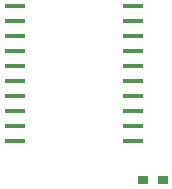
<source format=gtp>
G04 DipTrace 3.3.1.1*
G04 TopPaste.gtp*
%MOIN*%
G04 #@! TF.FileFunction,Paste,Top*
G04 #@! TF.Part,Single*
%ADD29R,0.070866X0.015748*%
%ADD33R,0.035433X0.031496*%
%FSLAX26Y26*%
G04*
G70*
G90*
G75*
G01*
G04 TopPaste*
%LPD*%
D33*
X1274951Y693701D3*
X1341881D3*
D29*
X846850Y1271825D3*
Y1221825D3*
Y1171825D3*
Y1121825D3*
Y1071825D3*
Y1021825D3*
Y971825D3*
Y921825D3*
Y871825D3*
Y821825D3*
X1240551D3*
Y871825D3*
Y921825D3*
Y971825D3*
Y1021825D3*
Y1071825D3*
Y1121825D3*
Y1171825D3*
Y1221825D3*
Y1271825D3*
M02*

</source>
